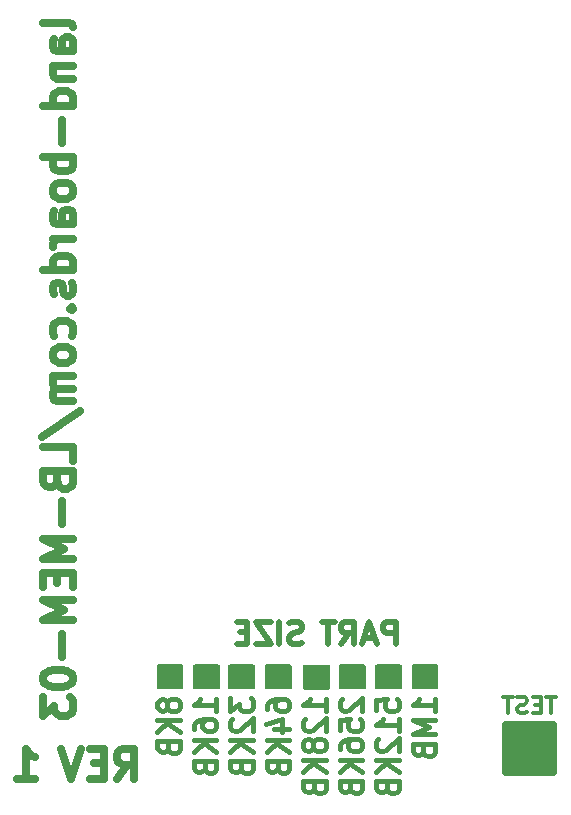
<source format=gbo>
G04 #@! TF.GenerationSoftware,KiCad,Pcbnew,(7.0.0)*
G04 #@! TF.CreationDate,2024-08-20T14:45:54-04:00*
G04 #@! TF.ProjectId,LB-MEM-03,4c422d4d-454d-42d3-9033-2e6b69636164,1*
G04 #@! TF.SameCoordinates,Original*
G04 #@! TF.FileFunction,Legend,Bot*
G04 #@! TF.FilePolarity,Positive*
%FSLAX46Y46*%
G04 Gerber Fmt 4.6, Leading zero omitted, Abs format (unit mm)*
G04 Created by KiCad (PCBNEW (7.0.0)) date 2024-08-20 14:45:54*
%MOMM*%
%LPD*%
G01*
G04 APERTURE LIST*
%ADD10C,0.635000*%
%ADD11C,0.444500*%
%ADD12C,0.476250*%
%ADD13C,0.349250*%
%ADD14C,0.650000*%
G04 APERTURE END LIST*
D10*
X138347147Y-55928382D02*
X138226195Y-55686477D01*
X138226195Y-55686477D02*
X137984290Y-55565524D01*
X137984290Y-55565524D02*
X135807147Y-55565524D01*
X138347147Y-57984572D02*
X137016671Y-57984572D01*
X137016671Y-57984572D02*
X136774766Y-57863619D01*
X136774766Y-57863619D02*
X136653814Y-57621715D01*
X136653814Y-57621715D02*
X136653814Y-57137905D01*
X136653814Y-57137905D02*
X136774766Y-56896000D01*
X138226195Y-57984572D02*
X138347147Y-57742667D01*
X138347147Y-57742667D02*
X138347147Y-57137905D01*
X138347147Y-57137905D02*
X138226195Y-56896000D01*
X138226195Y-56896000D02*
X137984290Y-56775048D01*
X137984290Y-56775048D02*
X137742385Y-56775048D01*
X137742385Y-56775048D02*
X137500480Y-56896000D01*
X137500480Y-56896000D02*
X137379528Y-57137905D01*
X137379528Y-57137905D02*
X137379528Y-57742667D01*
X137379528Y-57742667D02*
X137258576Y-57984572D01*
X136653814Y-59194095D02*
X138347147Y-59194095D01*
X136895719Y-59194095D02*
X136774766Y-59315048D01*
X136774766Y-59315048D02*
X136653814Y-59556953D01*
X136653814Y-59556953D02*
X136653814Y-59919810D01*
X136653814Y-59919810D02*
X136774766Y-60161714D01*
X136774766Y-60161714D02*
X137016671Y-60282667D01*
X137016671Y-60282667D02*
X138347147Y-60282667D01*
X138347147Y-62580762D02*
X135807147Y-62580762D01*
X138226195Y-62580762D02*
X138347147Y-62338857D01*
X138347147Y-62338857D02*
X138347147Y-61855048D01*
X138347147Y-61855048D02*
X138226195Y-61613143D01*
X138226195Y-61613143D02*
X138105242Y-61492190D01*
X138105242Y-61492190D02*
X137863338Y-61371238D01*
X137863338Y-61371238D02*
X137137623Y-61371238D01*
X137137623Y-61371238D02*
X136895719Y-61492190D01*
X136895719Y-61492190D02*
X136774766Y-61613143D01*
X136774766Y-61613143D02*
X136653814Y-61855048D01*
X136653814Y-61855048D02*
X136653814Y-62338857D01*
X136653814Y-62338857D02*
X136774766Y-62580762D01*
X137379528Y-63790285D02*
X137379528Y-65725524D01*
X138347147Y-66935047D02*
X135807147Y-66935047D01*
X136774766Y-66935047D02*
X136653814Y-67176952D01*
X136653814Y-67176952D02*
X136653814Y-67660762D01*
X136653814Y-67660762D02*
X136774766Y-67902666D01*
X136774766Y-67902666D02*
X136895719Y-68023619D01*
X136895719Y-68023619D02*
X137137623Y-68144571D01*
X137137623Y-68144571D02*
X137863338Y-68144571D01*
X137863338Y-68144571D02*
X138105242Y-68023619D01*
X138105242Y-68023619D02*
X138226195Y-67902666D01*
X138226195Y-67902666D02*
X138347147Y-67660762D01*
X138347147Y-67660762D02*
X138347147Y-67176952D01*
X138347147Y-67176952D02*
X138226195Y-66935047D01*
X138347147Y-69596000D02*
X138226195Y-69354095D01*
X138226195Y-69354095D02*
X138105242Y-69233142D01*
X138105242Y-69233142D02*
X137863338Y-69112190D01*
X137863338Y-69112190D02*
X137137623Y-69112190D01*
X137137623Y-69112190D02*
X136895719Y-69233142D01*
X136895719Y-69233142D02*
X136774766Y-69354095D01*
X136774766Y-69354095D02*
X136653814Y-69596000D01*
X136653814Y-69596000D02*
X136653814Y-69958857D01*
X136653814Y-69958857D02*
X136774766Y-70200761D01*
X136774766Y-70200761D02*
X136895719Y-70321714D01*
X136895719Y-70321714D02*
X137137623Y-70442666D01*
X137137623Y-70442666D02*
X137863338Y-70442666D01*
X137863338Y-70442666D02*
X138105242Y-70321714D01*
X138105242Y-70321714D02*
X138226195Y-70200761D01*
X138226195Y-70200761D02*
X138347147Y-69958857D01*
X138347147Y-69958857D02*
X138347147Y-69596000D01*
X138347147Y-72619809D02*
X137016671Y-72619809D01*
X137016671Y-72619809D02*
X136774766Y-72498856D01*
X136774766Y-72498856D02*
X136653814Y-72256952D01*
X136653814Y-72256952D02*
X136653814Y-71773142D01*
X136653814Y-71773142D02*
X136774766Y-71531237D01*
X138226195Y-72619809D02*
X138347147Y-72377904D01*
X138347147Y-72377904D02*
X138347147Y-71773142D01*
X138347147Y-71773142D02*
X138226195Y-71531237D01*
X138226195Y-71531237D02*
X137984290Y-71410285D01*
X137984290Y-71410285D02*
X137742385Y-71410285D01*
X137742385Y-71410285D02*
X137500480Y-71531237D01*
X137500480Y-71531237D02*
X137379528Y-71773142D01*
X137379528Y-71773142D02*
X137379528Y-72377904D01*
X137379528Y-72377904D02*
X137258576Y-72619809D01*
X138347147Y-73829332D02*
X136653814Y-73829332D01*
X137137623Y-73829332D02*
X136895719Y-73950285D01*
X136895719Y-73950285D02*
X136774766Y-74071237D01*
X136774766Y-74071237D02*
X136653814Y-74313142D01*
X136653814Y-74313142D02*
X136653814Y-74555047D01*
X138347147Y-76490285D02*
X135807147Y-76490285D01*
X138226195Y-76490285D02*
X138347147Y-76248380D01*
X138347147Y-76248380D02*
X138347147Y-75764571D01*
X138347147Y-75764571D02*
X138226195Y-75522666D01*
X138226195Y-75522666D02*
X138105242Y-75401713D01*
X138105242Y-75401713D02*
X137863338Y-75280761D01*
X137863338Y-75280761D02*
X137137623Y-75280761D01*
X137137623Y-75280761D02*
X136895719Y-75401713D01*
X136895719Y-75401713D02*
X136774766Y-75522666D01*
X136774766Y-75522666D02*
X136653814Y-75764571D01*
X136653814Y-75764571D02*
X136653814Y-76248380D01*
X136653814Y-76248380D02*
X136774766Y-76490285D01*
X138226195Y-77578856D02*
X138347147Y-77820761D01*
X138347147Y-77820761D02*
X138347147Y-78304570D01*
X138347147Y-78304570D02*
X138226195Y-78546475D01*
X138226195Y-78546475D02*
X137984290Y-78667427D01*
X137984290Y-78667427D02*
X137863338Y-78667427D01*
X137863338Y-78667427D02*
X137621433Y-78546475D01*
X137621433Y-78546475D02*
X137500480Y-78304570D01*
X137500480Y-78304570D02*
X137500480Y-77941713D01*
X137500480Y-77941713D02*
X137379528Y-77699808D01*
X137379528Y-77699808D02*
X137137623Y-77578856D01*
X137137623Y-77578856D02*
X137016671Y-77578856D01*
X137016671Y-77578856D02*
X136774766Y-77699808D01*
X136774766Y-77699808D02*
X136653814Y-77941713D01*
X136653814Y-77941713D02*
X136653814Y-78304570D01*
X136653814Y-78304570D02*
X136774766Y-78546475D01*
X138105242Y-79755998D02*
X138226195Y-79876951D01*
X138226195Y-79876951D02*
X138347147Y-79755998D01*
X138347147Y-79755998D02*
X138226195Y-79635046D01*
X138226195Y-79635046D02*
X138105242Y-79755998D01*
X138105242Y-79755998D02*
X138347147Y-79755998D01*
X138226195Y-82054094D02*
X138347147Y-81812189D01*
X138347147Y-81812189D02*
X138347147Y-81328380D01*
X138347147Y-81328380D02*
X138226195Y-81086475D01*
X138226195Y-81086475D02*
X138105242Y-80965522D01*
X138105242Y-80965522D02*
X137863338Y-80844570D01*
X137863338Y-80844570D02*
X137137623Y-80844570D01*
X137137623Y-80844570D02*
X136895719Y-80965522D01*
X136895719Y-80965522D02*
X136774766Y-81086475D01*
X136774766Y-81086475D02*
X136653814Y-81328380D01*
X136653814Y-81328380D02*
X136653814Y-81812189D01*
X136653814Y-81812189D02*
X136774766Y-82054094D01*
X138347147Y-83505523D02*
X138226195Y-83263618D01*
X138226195Y-83263618D02*
X138105242Y-83142665D01*
X138105242Y-83142665D02*
X137863338Y-83021713D01*
X137863338Y-83021713D02*
X137137623Y-83021713D01*
X137137623Y-83021713D02*
X136895719Y-83142665D01*
X136895719Y-83142665D02*
X136774766Y-83263618D01*
X136774766Y-83263618D02*
X136653814Y-83505523D01*
X136653814Y-83505523D02*
X136653814Y-83868380D01*
X136653814Y-83868380D02*
X136774766Y-84110284D01*
X136774766Y-84110284D02*
X136895719Y-84231237D01*
X136895719Y-84231237D02*
X137137623Y-84352189D01*
X137137623Y-84352189D02*
X137863338Y-84352189D01*
X137863338Y-84352189D02*
X138105242Y-84231237D01*
X138105242Y-84231237D02*
X138226195Y-84110284D01*
X138226195Y-84110284D02*
X138347147Y-83868380D01*
X138347147Y-83868380D02*
X138347147Y-83505523D01*
X138347147Y-85440760D02*
X136653814Y-85440760D01*
X136895719Y-85440760D02*
X136774766Y-85561713D01*
X136774766Y-85561713D02*
X136653814Y-85803618D01*
X136653814Y-85803618D02*
X136653814Y-86166475D01*
X136653814Y-86166475D02*
X136774766Y-86408379D01*
X136774766Y-86408379D02*
X137016671Y-86529332D01*
X137016671Y-86529332D02*
X138347147Y-86529332D01*
X137016671Y-86529332D02*
X136774766Y-86650284D01*
X136774766Y-86650284D02*
X136653814Y-86892189D01*
X136653814Y-86892189D02*
X136653814Y-87255046D01*
X136653814Y-87255046D02*
X136774766Y-87496951D01*
X136774766Y-87496951D02*
X137016671Y-87617903D01*
X137016671Y-87617903D02*
X138347147Y-87617903D01*
X135686195Y-90641713D02*
X138951909Y-88464570D01*
X138347147Y-92697903D02*
X138347147Y-91488379D01*
X138347147Y-91488379D02*
X135807147Y-91488379D01*
X137016671Y-94391236D02*
X137137623Y-94754093D01*
X137137623Y-94754093D02*
X137258576Y-94875046D01*
X137258576Y-94875046D02*
X137500480Y-94995998D01*
X137500480Y-94995998D02*
X137863338Y-94995998D01*
X137863338Y-94995998D02*
X138105242Y-94875046D01*
X138105242Y-94875046D02*
X138226195Y-94754093D01*
X138226195Y-94754093D02*
X138347147Y-94512188D01*
X138347147Y-94512188D02*
X138347147Y-93544569D01*
X138347147Y-93544569D02*
X135807147Y-93544569D01*
X135807147Y-93544569D02*
X135807147Y-94391236D01*
X135807147Y-94391236D02*
X135928100Y-94633141D01*
X135928100Y-94633141D02*
X136049052Y-94754093D01*
X136049052Y-94754093D02*
X136290957Y-94875046D01*
X136290957Y-94875046D02*
X136532861Y-94875046D01*
X136532861Y-94875046D02*
X136774766Y-94754093D01*
X136774766Y-94754093D02*
X136895719Y-94633141D01*
X136895719Y-94633141D02*
X137016671Y-94391236D01*
X137016671Y-94391236D02*
X137016671Y-93544569D01*
X137379528Y-96084569D02*
X137379528Y-98019808D01*
X138347147Y-99229331D02*
X135807147Y-99229331D01*
X135807147Y-99229331D02*
X137621433Y-100075998D01*
X137621433Y-100075998D02*
X135807147Y-100922665D01*
X135807147Y-100922665D02*
X138347147Y-100922665D01*
X137016671Y-102132188D02*
X137016671Y-102978855D01*
X138347147Y-103341712D02*
X138347147Y-102132188D01*
X138347147Y-102132188D02*
X135807147Y-102132188D01*
X135807147Y-102132188D02*
X135807147Y-103341712D01*
X138347147Y-104430283D02*
X135807147Y-104430283D01*
X135807147Y-104430283D02*
X137621433Y-105276950D01*
X137621433Y-105276950D02*
X135807147Y-106123617D01*
X135807147Y-106123617D02*
X138347147Y-106123617D01*
X137379528Y-107333140D02*
X137379528Y-109268379D01*
X135807147Y-110961712D02*
X135807147Y-111203617D01*
X135807147Y-111203617D02*
X135928100Y-111445521D01*
X135928100Y-111445521D02*
X136049052Y-111566474D01*
X136049052Y-111566474D02*
X136290957Y-111687426D01*
X136290957Y-111687426D02*
X136774766Y-111808379D01*
X136774766Y-111808379D02*
X137379528Y-111808379D01*
X137379528Y-111808379D02*
X137863338Y-111687426D01*
X137863338Y-111687426D02*
X138105242Y-111566474D01*
X138105242Y-111566474D02*
X138226195Y-111445521D01*
X138226195Y-111445521D02*
X138347147Y-111203617D01*
X138347147Y-111203617D02*
X138347147Y-110961712D01*
X138347147Y-110961712D02*
X138226195Y-110719807D01*
X138226195Y-110719807D02*
X138105242Y-110598855D01*
X138105242Y-110598855D02*
X137863338Y-110477902D01*
X137863338Y-110477902D02*
X137379528Y-110356950D01*
X137379528Y-110356950D02*
X136774766Y-110356950D01*
X136774766Y-110356950D02*
X136290957Y-110477902D01*
X136290957Y-110477902D02*
X136049052Y-110598855D01*
X136049052Y-110598855D02*
X135928100Y-110719807D01*
X135928100Y-110719807D02*
X135807147Y-110961712D01*
X135807147Y-112655046D02*
X135807147Y-114227427D01*
X135807147Y-114227427D02*
X136774766Y-113380760D01*
X136774766Y-113380760D02*
X136774766Y-113743617D01*
X136774766Y-113743617D02*
X136895719Y-113985522D01*
X136895719Y-113985522D02*
X137016671Y-114106474D01*
X137016671Y-114106474D02*
X137258576Y-114227427D01*
X137258576Y-114227427D02*
X137863338Y-114227427D01*
X137863338Y-114227427D02*
X138105242Y-114106474D01*
X138105242Y-114106474D02*
X138226195Y-113985522D01*
X138226195Y-113985522D02*
X138347147Y-113743617D01*
X138347147Y-113743617D02*
X138347147Y-113017903D01*
X138347147Y-113017903D02*
X138226195Y-112775998D01*
X138226195Y-112775998D02*
X138105242Y-112655046D01*
X142056152Y-119576547D02*
X142902819Y-118367023D01*
X143507581Y-119576547D02*
X143507581Y-117036547D01*
X143507581Y-117036547D02*
X142539962Y-117036547D01*
X142539962Y-117036547D02*
X142298057Y-117157500D01*
X142298057Y-117157500D02*
X142177104Y-117278452D01*
X142177104Y-117278452D02*
X142056152Y-117520357D01*
X142056152Y-117520357D02*
X142056152Y-117883214D01*
X142056152Y-117883214D02*
X142177104Y-118125119D01*
X142177104Y-118125119D02*
X142298057Y-118246071D01*
X142298057Y-118246071D02*
X142539962Y-118367023D01*
X142539962Y-118367023D02*
X143507581Y-118367023D01*
X140967581Y-118246071D02*
X140120914Y-118246071D01*
X139758057Y-119576547D02*
X140967581Y-119576547D01*
X140967581Y-119576547D02*
X140967581Y-117036547D01*
X140967581Y-117036547D02*
X139758057Y-117036547D01*
X139032343Y-117036547D02*
X138185676Y-119576547D01*
X138185676Y-119576547D02*
X137339009Y-117036547D01*
X133637866Y-119576547D02*
X135089295Y-119576547D01*
X134363581Y-119576547D02*
X134363581Y-117036547D01*
X134363581Y-117036547D02*
X134605485Y-117399404D01*
X134605485Y-117399404D02*
X134847390Y-117641309D01*
X134847390Y-117641309D02*
X135089295Y-117762261D01*
D11*
X146315339Y-113148533D02*
X146224625Y-112979200D01*
X146224625Y-112979200D02*
X146133910Y-112894533D01*
X146133910Y-112894533D02*
X145952482Y-112809866D01*
X145952482Y-112809866D02*
X145861767Y-112809866D01*
X145861767Y-112809866D02*
X145680339Y-112894533D01*
X145680339Y-112894533D02*
X145589625Y-112979200D01*
X145589625Y-112979200D02*
X145498910Y-113148533D01*
X145498910Y-113148533D02*
X145498910Y-113487200D01*
X145498910Y-113487200D02*
X145589625Y-113656533D01*
X145589625Y-113656533D02*
X145680339Y-113741200D01*
X145680339Y-113741200D02*
X145861767Y-113825866D01*
X145861767Y-113825866D02*
X145952482Y-113825866D01*
X145952482Y-113825866D02*
X146133910Y-113741200D01*
X146133910Y-113741200D02*
X146224625Y-113656533D01*
X146224625Y-113656533D02*
X146315339Y-113487200D01*
X146315339Y-113487200D02*
X146315339Y-113148533D01*
X146315339Y-113148533D02*
X146406053Y-112979200D01*
X146406053Y-112979200D02*
X146496767Y-112894533D01*
X146496767Y-112894533D02*
X146678196Y-112809866D01*
X146678196Y-112809866D02*
X147041053Y-112809866D01*
X147041053Y-112809866D02*
X147222482Y-112894533D01*
X147222482Y-112894533D02*
X147313196Y-112979200D01*
X147313196Y-112979200D02*
X147403910Y-113148533D01*
X147403910Y-113148533D02*
X147403910Y-113487200D01*
X147403910Y-113487200D02*
X147313196Y-113656533D01*
X147313196Y-113656533D02*
X147222482Y-113741200D01*
X147222482Y-113741200D02*
X147041053Y-113825866D01*
X147041053Y-113825866D02*
X146678196Y-113825866D01*
X146678196Y-113825866D02*
X146496767Y-113741200D01*
X146496767Y-113741200D02*
X146406053Y-113656533D01*
X146406053Y-113656533D02*
X146315339Y-113487200D01*
X147403910Y-114587866D02*
X145498910Y-114587866D01*
X147403910Y-115603866D02*
X146315339Y-114841866D01*
X145498910Y-115603866D02*
X146587482Y-114587866D01*
X146406053Y-116958533D02*
X146496767Y-117212533D01*
X146496767Y-117212533D02*
X146587482Y-117297199D01*
X146587482Y-117297199D02*
X146768910Y-117381866D01*
X146768910Y-117381866D02*
X147041053Y-117381866D01*
X147041053Y-117381866D02*
X147222482Y-117297199D01*
X147222482Y-117297199D02*
X147313196Y-117212533D01*
X147313196Y-117212533D02*
X147403910Y-117043199D01*
X147403910Y-117043199D02*
X147403910Y-116365866D01*
X147403910Y-116365866D02*
X145498910Y-116365866D01*
X145498910Y-116365866D02*
X145498910Y-116958533D01*
X145498910Y-116958533D02*
X145589625Y-117127866D01*
X145589625Y-117127866D02*
X145680339Y-117212533D01*
X145680339Y-117212533D02*
X145861767Y-117297199D01*
X145861767Y-117297199D02*
X146043196Y-117297199D01*
X146043196Y-117297199D02*
X146224625Y-117212533D01*
X146224625Y-117212533D02*
X146315339Y-117127866D01*
X146315339Y-117127866D02*
X146406053Y-116958533D01*
X146406053Y-116958533D02*
X146406053Y-116365866D01*
X150490010Y-113825866D02*
X150490010Y-112809866D01*
X150490010Y-113317866D02*
X148585010Y-113317866D01*
X148585010Y-113317866D02*
X148857153Y-113148533D01*
X148857153Y-113148533D02*
X149038582Y-112979200D01*
X149038582Y-112979200D02*
X149129296Y-112809866D01*
X148585010Y-115349866D02*
X148585010Y-115011199D01*
X148585010Y-115011199D02*
X148675725Y-114841866D01*
X148675725Y-114841866D02*
X148766439Y-114757199D01*
X148766439Y-114757199D02*
X149038582Y-114587866D01*
X149038582Y-114587866D02*
X149401439Y-114503199D01*
X149401439Y-114503199D02*
X150127153Y-114503199D01*
X150127153Y-114503199D02*
X150308582Y-114587866D01*
X150308582Y-114587866D02*
X150399296Y-114672533D01*
X150399296Y-114672533D02*
X150490010Y-114841866D01*
X150490010Y-114841866D02*
X150490010Y-115180533D01*
X150490010Y-115180533D02*
X150399296Y-115349866D01*
X150399296Y-115349866D02*
X150308582Y-115434533D01*
X150308582Y-115434533D02*
X150127153Y-115519199D01*
X150127153Y-115519199D02*
X149673582Y-115519199D01*
X149673582Y-115519199D02*
X149492153Y-115434533D01*
X149492153Y-115434533D02*
X149401439Y-115349866D01*
X149401439Y-115349866D02*
X149310725Y-115180533D01*
X149310725Y-115180533D02*
X149310725Y-114841866D01*
X149310725Y-114841866D02*
X149401439Y-114672533D01*
X149401439Y-114672533D02*
X149492153Y-114587866D01*
X149492153Y-114587866D02*
X149673582Y-114503199D01*
X150490010Y-116281199D02*
X148585010Y-116281199D01*
X150490010Y-117297199D02*
X149401439Y-116535199D01*
X148585010Y-117297199D02*
X149673582Y-116281199D01*
X149492153Y-118651866D02*
X149582867Y-118905866D01*
X149582867Y-118905866D02*
X149673582Y-118990532D01*
X149673582Y-118990532D02*
X149855010Y-119075199D01*
X149855010Y-119075199D02*
X150127153Y-119075199D01*
X150127153Y-119075199D02*
X150308582Y-118990532D01*
X150308582Y-118990532D02*
X150399296Y-118905866D01*
X150399296Y-118905866D02*
X150490010Y-118736532D01*
X150490010Y-118736532D02*
X150490010Y-118059199D01*
X150490010Y-118059199D02*
X148585010Y-118059199D01*
X148585010Y-118059199D02*
X148585010Y-118651866D01*
X148585010Y-118651866D02*
X148675725Y-118821199D01*
X148675725Y-118821199D02*
X148766439Y-118905866D01*
X148766439Y-118905866D02*
X148947867Y-118990532D01*
X148947867Y-118990532D02*
X149129296Y-118990532D01*
X149129296Y-118990532D02*
X149310725Y-118905866D01*
X149310725Y-118905866D02*
X149401439Y-118821199D01*
X149401439Y-118821199D02*
X149492153Y-118651866D01*
X149492153Y-118651866D02*
X149492153Y-118059199D01*
X151671110Y-112725200D02*
X151671110Y-113825866D01*
X151671110Y-113825866D02*
X152396825Y-113233200D01*
X152396825Y-113233200D02*
X152396825Y-113487200D01*
X152396825Y-113487200D02*
X152487539Y-113656533D01*
X152487539Y-113656533D02*
X152578253Y-113741200D01*
X152578253Y-113741200D02*
X152759682Y-113825866D01*
X152759682Y-113825866D02*
X153213253Y-113825866D01*
X153213253Y-113825866D02*
X153394682Y-113741200D01*
X153394682Y-113741200D02*
X153485396Y-113656533D01*
X153485396Y-113656533D02*
X153576110Y-113487200D01*
X153576110Y-113487200D02*
X153576110Y-112979200D01*
X153576110Y-112979200D02*
X153485396Y-112809866D01*
X153485396Y-112809866D02*
X153394682Y-112725200D01*
X151852539Y-114503199D02*
X151761825Y-114587866D01*
X151761825Y-114587866D02*
X151671110Y-114757199D01*
X151671110Y-114757199D02*
X151671110Y-115180533D01*
X151671110Y-115180533D02*
X151761825Y-115349866D01*
X151761825Y-115349866D02*
X151852539Y-115434533D01*
X151852539Y-115434533D02*
X152033967Y-115519199D01*
X152033967Y-115519199D02*
X152215396Y-115519199D01*
X152215396Y-115519199D02*
X152487539Y-115434533D01*
X152487539Y-115434533D02*
X153576110Y-114418533D01*
X153576110Y-114418533D02*
X153576110Y-115519199D01*
X153576110Y-116281199D02*
X151671110Y-116281199D01*
X153576110Y-117297199D02*
X152487539Y-116535199D01*
X151671110Y-117297199D02*
X152759682Y-116281199D01*
X152578253Y-118651866D02*
X152668967Y-118905866D01*
X152668967Y-118905866D02*
X152759682Y-118990532D01*
X152759682Y-118990532D02*
X152941110Y-119075199D01*
X152941110Y-119075199D02*
X153213253Y-119075199D01*
X153213253Y-119075199D02*
X153394682Y-118990532D01*
X153394682Y-118990532D02*
X153485396Y-118905866D01*
X153485396Y-118905866D02*
X153576110Y-118736532D01*
X153576110Y-118736532D02*
X153576110Y-118059199D01*
X153576110Y-118059199D02*
X151671110Y-118059199D01*
X151671110Y-118059199D02*
X151671110Y-118651866D01*
X151671110Y-118651866D02*
X151761825Y-118821199D01*
X151761825Y-118821199D02*
X151852539Y-118905866D01*
X151852539Y-118905866D02*
X152033967Y-118990532D01*
X152033967Y-118990532D02*
X152215396Y-118990532D01*
X152215396Y-118990532D02*
X152396825Y-118905866D01*
X152396825Y-118905866D02*
X152487539Y-118821199D01*
X152487539Y-118821199D02*
X152578253Y-118651866D01*
X152578253Y-118651866D02*
X152578253Y-118059199D01*
X154757210Y-113656533D02*
X154757210Y-113317866D01*
X154757210Y-113317866D02*
X154847925Y-113148533D01*
X154847925Y-113148533D02*
X154938639Y-113063866D01*
X154938639Y-113063866D02*
X155210782Y-112894533D01*
X155210782Y-112894533D02*
X155573639Y-112809866D01*
X155573639Y-112809866D02*
X156299353Y-112809866D01*
X156299353Y-112809866D02*
X156480782Y-112894533D01*
X156480782Y-112894533D02*
X156571496Y-112979200D01*
X156571496Y-112979200D02*
X156662210Y-113148533D01*
X156662210Y-113148533D02*
X156662210Y-113487200D01*
X156662210Y-113487200D02*
X156571496Y-113656533D01*
X156571496Y-113656533D02*
X156480782Y-113741200D01*
X156480782Y-113741200D02*
X156299353Y-113825866D01*
X156299353Y-113825866D02*
X155845782Y-113825866D01*
X155845782Y-113825866D02*
X155664353Y-113741200D01*
X155664353Y-113741200D02*
X155573639Y-113656533D01*
X155573639Y-113656533D02*
X155482925Y-113487200D01*
X155482925Y-113487200D02*
X155482925Y-113148533D01*
X155482925Y-113148533D02*
X155573639Y-112979200D01*
X155573639Y-112979200D02*
X155664353Y-112894533D01*
X155664353Y-112894533D02*
X155845782Y-112809866D01*
X155392210Y-115349866D02*
X156662210Y-115349866D01*
X154666496Y-114926533D02*
X156027210Y-114503199D01*
X156027210Y-114503199D02*
X156027210Y-115603866D01*
X156662210Y-116281199D02*
X154757210Y-116281199D01*
X156662210Y-117297199D02*
X155573639Y-116535199D01*
X154757210Y-117297199D02*
X155845782Y-116281199D01*
X155664353Y-118651866D02*
X155755067Y-118905866D01*
X155755067Y-118905866D02*
X155845782Y-118990532D01*
X155845782Y-118990532D02*
X156027210Y-119075199D01*
X156027210Y-119075199D02*
X156299353Y-119075199D01*
X156299353Y-119075199D02*
X156480782Y-118990532D01*
X156480782Y-118990532D02*
X156571496Y-118905866D01*
X156571496Y-118905866D02*
X156662210Y-118736532D01*
X156662210Y-118736532D02*
X156662210Y-118059199D01*
X156662210Y-118059199D02*
X154757210Y-118059199D01*
X154757210Y-118059199D02*
X154757210Y-118651866D01*
X154757210Y-118651866D02*
X154847925Y-118821199D01*
X154847925Y-118821199D02*
X154938639Y-118905866D01*
X154938639Y-118905866D02*
X155120067Y-118990532D01*
X155120067Y-118990532D02*
X155301496Y-118990532D01*
X155301496Y-118990532D02*
X155482925Y-118905866D01*
X155482925Y-118905866D02*
X155573639Y-118821199D01*
X155573639Y-118821199D02*
X155664353Y-118651866D01*
X155664353Y-118651866D02*
X155664353Y-118059199D01*
X159748310Y-113825866D02*
X159748310Y-112809866D01*
X159748310Y-113317866D02*
X157843310Y-113317866D01*
X157843310Y-113317866D02*
X158115453Y-113148533D01*
X158115453Y-113148533D02*
X158296882Y-112979200D01*
X158296882Y-112979200D02*
X158387596Y-112809866D01*
X158024739Y-114503199D02*
X157934025Y-114587866D01*
X157934025Y-114587866D02*
X157843310Y-114757199D01*
X157843310Y-114757199D02*
X157843310Y-115180533D01*
X157843310Y-115180533D02*
X157934025Y-115349866D01*
X157934025Y-115349866D02*
X158024739Y-115434533D01*
X158024739Y-115434533D02*
X158206167Y-115519199D01*
X158206167Y-115519199D02*
X158387596Y-115519199D01*
X158387596Y-115519199D02*
X158659739Y-115434533D01*
X158659739Y-115434533D02*
X159748310Y-114418533D01*
X159748310Y-114418533D02*
X159748310Y-115519199D01*
X158659739Y-116535199D02*
X158569025Y-116365866D01*
X158569025Y-116365866D02*
X158478310Y-116281199D01*
X158478310Y-116281199D02*
X158296882Y-116196532D01*
X158296882Y-116196532D02*
X158206167Y-116196532D01*
X158206167Y-116196532D02*
X158024739Y-116281199D01*
X158024739Y-116281199D02*
X157934025Y-116365866D01*
X157934025Y-116365866D02*
X157843310Y-116535199D01*
X157843310Y-116535199D02*
X157843310Y-116873866D01*
X157843310Y-116873866D02*
X157934025Y-117043199D01*
X157934025Y-117043199D02*
X158024739Y-117127866D01*
X158024739Y-117127866D02*
X158206167Y-117212532D01*
X158206167Y-117212532D02*
X158296882Y-117212532D01*
X158296882Y-117212532D02*
X158478310Y-117127866D01*
X158478310Y-117127866D02*
X158569025Y-117043199D01*
X158569025Y-117043199D02*
X158659739Y-116873866D01*
X158659739Y-116873866D02*
X158659739Y-116535199D01*
X158659739Y-116535199D02*
X158750453Y-116365866D01*
X158750453Y-116365866D02*
X158841167Y-116281199D01*
X158841167Y-116281199D02*
X159022596Y-116196532D01*
X159022596Y-116196532D02*
X159385453Y-116196532D01*
X159385453Y-116196532D02*
X159566882Y-116281199D01*
X159566882Y-116281199D02*
X159657596Y-116365866D01*
X159657596Y-116365866D02*
X159748310Y-116535199D01*
X159748310Y-116535199D02*
X159748310Y-116873866D01*
X159748310Y-116873866D02*
X159657596Y-117043199D01*
X159657596Y-117043199D02*
X159566882Y-117127866D01*
X159566882Y-117127866D02*
X159385453Y-117212532D01*
X159385453Y-117212532D02*
X159022596Y-117212532D01*
X159022596Y-117212532D02*
X158841167Y-117127866D01*
X158841167Y-117127866D02*
X158750453Y-117043199D01*
X158750453Y-117043199D02*
X158659739Y-116873866D01*
X159748310Y-117974532D02*
X157843310Y-117974532D01*
X159748310Y-118990532D02*
X158659739Y-118228532D01*
X157843310Y-118990532D02*
X158931882Y-117974532D01*
X158750453Y-120345199D02*
X158841167Y-120599199D01*
X158841167Y-120599199D02*
X158931882Y-120683865D01*
X158931882Y-120683865D02*
X159113310Y-120768532D01*
X159113310Y-120768532D02*
X159385453Y-120768532D01*
X159385453Y-120768532D02*
X159566882Y-120683865D01*
X159566882Y-120683865D02*
X159657596Y-120599199D01*
X159657596Y-120599199D02*
X159748310Y-120429865D01*
X159748310Y-120429865D02*
X159748310Y-119752532D01*
X159748310Y-119752532D02*
X157843310Y-119752532D01*
X157843310Y-119752532D02*
X157843310Y-120345199D01*
X157843310Y-120345199D02*
X157934025Y-120514532D01*
X157934025Y-120514532D02*
X158024739Y-120599199D01*
X158024739Y-120599199D02*
X158206167Y-120683865D01*
X158206167Y-120683865D02*
X158387596Y-120683865D01*
X158387596Y-120683865D02*
X158569025Y-120599199D01*
X158569025Y-120599199D02*
X158659739Y-120514532D01*
X158659739Y-120514532D02*
X158750453Y-120345199D01*
X158750453Y-120345199D02*
X158750453Y-119752532D01*
X161110839Y-112809866D02*
X161020125Y-112894533D01*
X161020125Y-112894533D02*
X160929410Y-113063866D01*
X160929410Y-113063866D02*
X160929410Y-113487200D01*
X160929410Y-113487200D02*
X161020125Y-113656533D01*
X161020125Y-113656533D02*
X161110839Y-113741200D01*
X161110839Y-113741200D02*
X161292267Y-113825866D01*
X161292267Y-113825866D02*
X161473696Y-113825866D01*
X161473696Y-113825866D02*
X161745839Y-113741200D01*
X161745839Y-113741200D02*
X162834410Y-112725200D01*
X162834410Y-112725200D02*
X162834410Y-113825866D01*
X160929410Y-115434533D02*
X160929410Y-114587866D01*
X160929410Y-114587866D02*
X161836553Y-114503199D01*
X161836553Y-114503199D02*
X161745839Y-114587866D01*
X161745839Y-114587866D02*
X161655125Y-114757199D01*
X161655125Y-114757199D02*
X161655125Y-115180533D01*
X161655125Y-115180533D02*
X161745839Y-115349866D01*
X161745839Y-115349866D02*
X161836553Y-115434533D01*
X161836553Y-115434533D02*
X162017982Y-115519199D01*
X162017982Y-115519199D02*
X162471553Y-115519199D01*
X162471553Y-115519199D02*
X162652982Y-115434533D01*
X162652982Y-115434533D02*
X162743696Y-115349866D01*
X162743696Y-115349866D02*
X162834410Y-115180533D01*
X162834410Y-115180533D02*
X162834410Y-114757199D01*
X162834410Y-114757199D02*
X162743696Y-114587866D01*
X162743696Y-114587866D02*
X162652982Y-114503199D01*
X160929410Y-117043199D02*
X160929410Y-116704532D01*
X160929410Y-116704532D02*
X161020125Y-116535199D01*
X161020125Y-116535199D02*
X161110839Y-116450532D01*
X161110839Y-116450532D02*
X161382982Y-116281199D01*
X161382982Y-116281199D02*
X161745839Y-116196532D01*
X161745839Y-116196532D02*
X162471553Y-116196532D01*
X162471553Y-116196532D02*
X162652982Y-116281199D01*
X162652982Y-116281199D02*
X162743696Y-116365866D01*
X162743696Y-116365866D02*
X162834410Y-116535199D01*
X162834410Y-116535199D02*
X162834410Y-116873866D01*
X162834410Y-116873866D02*
X162743696Y-117043199D01*
X162743696Y-117043199D02*
X162652982Y-117127866D01*
X162652982Y-117127866D02*
X162471553Y-117212532D01*
X162471553Y-117212532D02*
X162017982Y-117212532D01*
X162017982Y-117212532D02*
X161836553Y-117127866D01*
X161836553Y-117127866D02*
X161745839Y-117043199D01*
X161745839Y-117043199D02*
X161655125Y-116873866D01*
X161655125Y-116873866D02*
X161655125Y-116535199D01*
X161655125Y-116535199D02*
X161745839Y-116365866D01*
X161745839Y-116365866D02*
X161836553Y-116281199D01*
X161836553Y-116281199D02*
X162017982Y-116196532D01*
X162834410Y-117974532D02*
X160929410Y-117974532D01*
X162834410Y-118990532D02*
X161745839Y-118228532D01*
X160929410Y-118990532D02*
X162017982Y-117974532D01*
X161836553Y-120345199D02*
X161927267Y-120599199D01*
X161927267Y-120599199D02*
X162017982Y-120683865D01*
X162017982Y-120683865D02*
X162199410Y-120768532D01*
X162199410Y-120768532D02*
X162471553Y-120768532D01*
X162471553Y-120768532D02*
X162652982Y-120683865D01*
X162652982Y-120683865D02*
X162743696Y-120599199D01*
X162743696Y-120599199D02*
X162834410Y-120429865D01*
X162834410Y-120429865D02*
X162834410Y-119752532D01*
X162834410Y-119752532D02*
X160929410Y-119752532D01*
X160929410Y-119752532D02*
X160929410Y-120345199D01*
X160929410Y-120345199D02*
X161020125Y-120514532D01*
X161020125Y-120514532D02*
X161110839Y-120599199D01*
X161110839Y-120599199D02*
X161292267Y-120683865D01*
X161292267Y-120683865D02*
X161473696Y-120683865D01*
X161473696Y-120683865D02*
X161655125Y-120599199D01*
X161655125Y-120599199D02*
X161745839Y-120514532D01*
X161745839Y-120514532D02*
X161836553Y-120345199D01*
X161836553Y-120345199D02*
X161836553Y-119752532D01*
X164015510Y-113741200D02*
X164015510Y-112894533D01*
X164015510Y-112894533D02*
X164922653Y-112809866D01*
X164922653Y-112809866D02*
X164831939Y-112894533D01*
X164831939Y-112894533D02*
X164741225Y-113063866D01*
X164741225Y-113063866D02*
X164741225Y-113487200D01*
X164741225Y-113487200D02*
X164831939Y-113656533D01*
X164831939Y-113656533D02*
X164922653Y-113741200D01*
X164922653Y-113741200D02*
X165104082Y-113825866D01*
X165104082Y-113825866D02*
X165557653Y-113825866D01*
X165557653Y-113825866D02*
X165739082Y-113741200D01*
X165739082Y-113741200D02*
X165829796Y-113656533D01*
X165829796Y-113656533D02*
X165920510Y-113487200D01*
X165920510Y-113487200D02*
X165920510Y-113063866D01*
X165920510Y-113063866D02*
X165829796Y-112894533D01*
X165829796Y-112894533D02*
X165739082Y-112809866D01*
X165920510Y-115519199D02*
X165920510Y-114503199D01*
X165920510Y-115011199D02*
X164015510Y-115011199D01*
X164015510Y-115011199D02*
X164287653Y-114841866D01*
X164287653Y-114841866D02*
X164469082Y-114672533D01*
X164469082Y-114672533D02*
X164559796Y-114503199D01*
X164196939Y-116196532D02*
X164106225Y-116281199D01*
X164106225Y-116281199D02*
X164015510Y-116450532D01*
X164015510Y-116450532D02*
X164015510Y-116873866D01*
X164015510Y-116873866D02*
X164106225Y-117043199D01*
X164106225Y-117043199D02*
X164196939Y-117127866D01*
X164196939Y-117127866D02*
X164378367Y-117212532D01*
X164378367Y-117212532D02*
X164559796Y-117212532D01*
X164559796Y-117212532D02*
X164831939Y-117127866D01*
X164831939Y-117127866D02*
X165920510Y-116111866D01*
X165920510Y-116111866D02*
X165920510Y-117212532D01*
X165920510Y-117974532D02*
X164015510Y-117974532D01*
X165920510Y-118990532D02*
X164831939Y-118228532D01*
X164015510Y-118990532D02*
X165104082Y-117974532D01*
X164922653Y-120345199D02*
X165013367Y-120599199D01*
X165013367Y-120599199D02*
X165104082Y-120683865D01*
X165104082Y-120683865D02*
X165285510Y-120768532D01*
X165285510Y-120768532D02*
X165557653Y-120768532D01*
X165557653Y-120768532D02*
X165739082Y-120683865D01*
X165739082Y-120683865D02*
X165829796Y-120599199D01*
X165829796Y-120599199D02*
X165920510Y-120429865D01*
X165920510Y-120429865D02*
X165920510Y-119752532D01*
X165920510Y-119752532D02*
X164015510Y-119752532D01*
X164015510Y-119752532D02*
X164015510Y-120345199D01*
X164015510Y-120345199D02*
X164106225Y-120514532D01*
X164106225Y-120514532D02*
X164196939Y-120599199D01*
X164196939Y-120599199D02*
X164378367Y-120683865D01*
X164378367Y-120683865D02*
X164559796Y-120683865D01*
X164559796Y-120683865D02*
X164741225Y-120599199D01*
X164741225Y-120599199D02*
X164831939Y-120514532D01*
X164831939Y-120514532D02*
X164922653Y-120345199D01*
X164922653Y-120345199D02*
X164922653Y-119752532D01*
X169006610Y-113825866D02*
X169006610Y-112809866D01*
X169006610Y-113317866D02*
X167101610Y-113317866D01*
X167101610Y-113317866D02*
X167373753Y-113148533D01*
X167373753Y-113148533D02*
X167555182Y-112979200D01*
X167555182Y-112979200D02*
X167645896Y-112809866D01*
X169006610Y-114587866D02*
X167101610Y-114587866D01*
X167101610Y-114587866D02*
X168462325Y-115180533D01*
X168462325Y-115180533D02*
X167101610Y-115773199D01*
X167101610Y-115773199D02*
X169006610Y-115773199D01*
X168008753Y-117212533D02*
X168099467Y-117466533D01*
X168099467Y-117466533D02*
X168190182Y-117551199D01*
X168190182Y-117551199D02*
X168371610Y-117635866D01*
X168371610Y-117635866D02*
X168643753Y-117635866D01*
X168643753Y-117635866D02*
X168825182Y-117551199D01*
X168825182Y-117551199D02*
X168915896Y-117466533D01*
X168915896Y-117466533D02*
X169006610Y-117297199D01*
X169006610Y-117297199D02*
X169006610Y-116619866D01*
X169006610Y-116619866D02*
X167101610Y-116619866D01*
X167101610Y-116619866D02*
X167101610Y-117212533D01*
X167101610Y-117212533D02*
X167192325Y-117381866D01*
X167192325Y-117381866D02*
X167283039Y-117466533D01*
X167283039Y-117466533D02*
X167464467Y-117551199D01*
X167464467Y-117551199D02*
X167645896Y-117551199D01*
X167645896Y-117551199D02*
X167827325Y-117466533D01*
X167827325Y-117466533D02*
X167918039Y-117381866D01*
X167918039Y-117381866D02*
X168008753Y-117212533D01*
X168008753Y-117212533D02*
X168008753Y-116619866D01*
D12*
X165683428Y-108174860D02*
X165683428Y-106269860D01*
X165683428Y-106269860D02*
X164957714Y-106269860D01*
X164957714Y-106269860D02*
X164776285Y-106360575D01*
X164776285Y-106360575D02*
X164685571Y-106451289D01*
X164685571Y-106451289D02*
X164594857Y-106632717D01*
X164594857Y-106632717D02*
X164594857Y-106904860D01*
X164594857Y-106904860D02*
X164685571Y-107086289D01*
X164685571Y-107086289D02*
X164776285Y-107177003D01*
X164776285Y-107177003D02*
X164957714Y-107267717D01*
X164957714Y-107267717D02*
X165683428Y-107267717D01*
X163869142Y-107630575D02*
X162962000Y-107630575D01*
X164050571Y-108174860D02*
X163415571Y-106269860D01*
X163415571Y-106269860D02*
X162780571Y-108174860D01*
X161057000Y-108174860D02*
X161692000Y-107267717D01*
X162145571Y-108174860D02*
X162145571Y-106269860D01*
X162145571Y-106269860D02*
X161419857Y-106269860D01*
X161419857Y-106269860D02*
X161238428Y-106360575D01*
X161238428Y-106360575D02*
X161147714Y-106451289D01*
X161147714Y-106451289D02*
X161057000Y-106632717D01*
X161057000Y-106632717D02*
X161057000Y-106904860D01*
X161057000Y-106904860D02*
X161147714Y-107086289D01*
X161147714Y-107086289D02*
X161238428Y-107177003D01*
X161238428Y-107177003D02*
X161419857Y-107267717D01*
X161419857Y-107267717D02*
X162145571Y-107267717D01*
X160512714Y-106269860D02*
X159424143Y-106269860D01*
X159968428Y-108174860D02*
X159968428Y-106269860D01*
X157736856Y-108084146D02*
X157464714Y-108174860D01*
X157464714Y-108174860D02*
X157011142Y-108174860D01*
X157011142Y-108174860D02*
X156829714Y-108084146D01*
X156829714Y-108084146D02*
X156738999Y-107993432D01*
X156738999Y-107993432D02*
X156648285Y-107812003D01*
X156648285Y-107812003D02*
X156648285Y-107630575D01*
X156648285Y-107630575D02*
X156738999Y-107449146D01*
X156738999Y-107449146D02*
X156829714Y-107358432D01*
X156829714Y-107358432D02*
X157011142Y-107267717D01*
X157011142Y-107267717D02*
X157373999Y-107177003D01*
X157373999Y-107177003D02*
X157555428Y-107086289D01*
X157555428Y-107086289D02*
X157646142Y-106995575D01*
X157646142Y-106995575D02*
X157736856Y-106814146D01*
X157736856Y-106814146D02*
X157736856Y-106632717D01*
X157736856Y-106632717D02*
X157646142Y-106451289D01*
X157646142Y-106451289D02*
X157555428Y-106360575D01*
X157555428Y-106360575D02*
X157373999Y-106269860D01*
X157373999Y-106269860D02*
X156920428Y-106269860D01*
X156920428Y-106269860D02*
X156648285Y-106360575D01*
X155831856Y-108174860D02*
X155831856Y-106269860D01*
X155106142Y-106269860D02*
X153836142Y-106269860D01*
X153836142Y-106269860D02*
X155106142Y-108174860D01*
X155106142Y-108174860D02*
X153836142Y-108174860D01*
X153110427Y-107177003D02*
X152475427Y-107177003D01*
X152203284Y-108174860D02*
X153110427Y-108174860D01*
X153110427Y-108174860D02*
X153110427Y-106269860D01*
X153110427Y-106269860D02*
X152203284Y-106269860D01*
D13*
X179228547Y-112616231D02*
X178430261Y-112616231D01*
X178829404Y-114013231D02*
X178829404Y-112616231D01*
X177964594Y-113281469D02*
X177498928Y-113281469D01*
X177299356Y-114013231D02*
X177964594Y-114013231D01*
X177964594Y-114013231D02*
X177964594Y-112616231D01*
X177964594Y-112616231D02*
X177299356Y-112616231D01*
X176767166Y-113946707D02*
X176567595Y-114013231D01*
X176567595Y-114013231D02*
X176234976Y-114013231D01*
X176234976Y-114013231D02*
X176101928Y-113946707D01*
X176101928Y-113946707D02*
X176035404Y-113880183D01*
X176035404Y-113880183D02*
X175968881Y-113747135D01*
X175968881Y-113747135D02*
X175968881Y-113614088D01*
X175968881Y-113614088D02*
X176035404Y-113481040D01*
X176035404Y-113481040D02*
X176101928Y-113414516D01*
X176101928Y-113414516D02*
X176234976Y-113347993D01*
X176234976Y-113347993D02*
X176501071Y-113281469D01*
X176501071Y-113281469D02*
X176634119Y-113214945D01*
X176634119Y-113214945D02*
X176700642Y-113148421D01*
X176700642Y-113148421D02*
X176767166Y-113015374D01*
X176767166Y-113015374D02*
X176767166Y-112882326D01*
X176767166Y-112882326D02*
X176700642Y-112749278D01*
X176700642Y-112749278D02*
X176634119Y-112682755D01*
X176634119Y-112682755D02*
X176501071Y-112616231D01*
X176501071Y-112616231D02*
X176168452Y-112616231D01*
X176168452Y-112616231D02*
X175968881Y-112682755D01*
X175569738Y-112616231D02*
X174771452Y-112616231D01*
X175170595Y-114013231D02*
X175170595Y-112616231D01*
D14*
X175000000Y-119000000D02*
X175000000Y-115000000D01*
X179000000Y-116500000D02*
X179000000Y-117000000D01*
X175000000Y-118500000D02*
X179000000Y-118500000D01*
X179000000Y-117000000D02*
X175000000Y-117000000D01*
X175000000Y-117000000D02*
X175000000Y-117500000D01*
X175000000Y-115000000D02*
X179000000Y-115000000D01*
X175000000Y-117500000D02*
X178500000Y-117500000D01*
X175000000Y-118000000D02*
X175000000Y-118500000D01*
X175000000Y-116500000D02*
X179000000Y-116500000D01*
X179000000Y-117500000D02*
X179000000Y-118000000D01*
X179000000Y-115000000D02*
X179000000Y-119000000D01*
X179000000Y-119000000D02*
X175000000Y-119000000D01*
X178500000Y-117500000D02*
X179000000Y-117500000D01*
X179000000Y-115500000D02*
X179000000Y-116000000D01*
X175000000Y-116000000D02*
X175000000Y-116500000D01*
X175000000Y-115000000D02*
X175000000Y-115500000D01*
X179000000Y-118000000D02*
X175000000Y-118000000D01*
X175000000Y-115500000D02*
X179000000Y-115500000D01*
X179000000Y-116000000D02*
X175000000Y-116000000D01*
G36*
X150711400Y-109908681D02*
G01*
X150757519Y-109954800D01*
X150774400Y-110017800D01*
X150774400Y-111874000D01*
X150757519Y-111937000D01*
X150711400Y-111983119D01*
X150648400Y-112000000D01*
X148639800Y-112000000D01*
X148576800Y-111983119D01*
X148530681Y-111937000D01*
X148513800Y-111874000D01*
X148513800Y-110017800D01*
X148530681Y-109954800D01*
X148576800Y-109908681D01*
X148639800Y-109891800D01*
X150648400Y-109891800D01*
X150711400Y-109908681D01*
G37*
G36*
X153683200Y-109897281D02*
G01*
X153729319Y-109943400D01*
X153746200Y-110006400D01*
X153746200Y-111862600D01*
X153729319Y-111925600D01*
X153683200Y-111971719D01*
X153620200Y-111988600D01*
X151611600Y-111988600D01*
X151548600Y-111971719D01*
X151502481Y-111925600D01*
X151485600Y-111862600D01*
X151485600Y-110006400D01*
X151502481Y-109943400D01*
X151548600Y-109897281D01*
X151611600Y-109880400D01*
X153620200Y-109880400D01*
X153683200Y-109897281D01*
G37*
G36*
X160033200Y-109922681D02*
G01*
X160079319Y-109968800D01*
X160096200Y-110031800D01*
X160096200Y-111888000D01*
X160079319Y-111951000D01*
X160033200Y-111997119D01*
X159970200Y-112014000D01*
X157961600Y-112014000D01*
X157898600Y-111997119D01*
X157852481Y-111951000D01*
X157835600Y-111888000D01*
X157835600Y-110031800D01*
X157852481Y-109968800D01*
X157898600Y-109922681D01*
X157961600Y-109905800D01*
X159970200Y-109905800D01*
X160033200Y-109922681D01*
G37*
G36*
X156796200Y-109908681D02*
G01*
X156842319Y-109954800D01*
X156859200Y-110017800D01*
X156859200Y-111874000D01*
X156842319Y-111937000D01*
X156796200Y-111983119D01*
X156733200Y-112000000D01*
X154724600Y-112000000D01*
X154661600Y-111983119D01*
X154615481Y-111937000D01*
X154598600Y-111874000D01*
X154598600Y-110017800D01*
X154615481Y-109954800D01*
X154661600Y-109908681D01*
X154724600Y-109891800D01*
X156733200Y-109891800D01*
X156796200Y-109908681D01*
G37*
G36*
X163055800Y-109908681D02*
G01*
X163101919Y-109954800D01*
X163118800Y-110017800D01*
X163118800Y-111874000D01*
X163101919Y-111937000D01*
X163055800Y-111983119D01*
X162992800Y-112000000D01*
X160984200Y-112000000D01*
X160921200Y-111983119D01*
X160875081Y-111937000D01*
X160858200Y-111874000D01*
X160858200Y-110017800D01*
X160875081Y-109954800D01*
X160921200Y-109908681D01*
X160984200Y-109891800D01*
X162992800Y-109891800D01*
X163055800Y-109908681D01*
G37*
G36*
X166129200Y-109897281D02*
G01*
X166175319Y-109943400D01*
X166192200Y-110006400D01*
X166192200Y-111862600D01*
X166175319Y-111925600D01*
X166129200Y-111971719D01*
X166066200Y-111988600D01*
X164057600Y-111988600D01*
X163994600Y-111971719D01*
X163948481Y-111925600D01*
X163931600Y-111862600D01*
X163931600Y-110006400D01*
X163948481Y-109943400D01*
X163994600Y-109897281D01*
X164057600Y-109880400D01*
X166066200Y-109880400D01*
X166129200Y-109897281D01*
G37*
G36*
X169228000Y-109897281D02*
G01*
X169274119Y-109943400D01*
X169291000Y-110006400D01*
X169291000Y-111862600D01*
X169274119Y-111925600D01*
X169228000Y-111971719D01*
X169165000Y-111988600D01*
X167156400Y-111988600D01*
X167093400Y-111971719D01*
X167047281Y-111925600D01*
X167030400Y-111862600D01*
X167030400Y-110006400D01*
X167047281Y-109943400D01*
X167093400Y-109897281D01*
X167156400Y-109880400D01*
X169165000Y-109880400D01*
X169228000Y-109897281D01*
G37*
G36*
X147638000Y-109897281D02*
G01*
X147684119Y-109943400D01*
X147701000Y-110006400D01*
X147701000Y-111862600D01*
X147684119Y-111925600D01*
X147638000Y-111971719D01*
X147575000Y-111988600D01*
X145566400Y-111988600D01*
X145503400Y-111971719D01*
X145457281Y-111925600D01*
X145440400Y-111862600D01*
X145440400Y-110006400D01*
X145457281Y-109943400D01*
X145503400Y-109897281D01*
X145566400Y-109880400D01*
X147575000Y-109880400D01*
X147638000Y-109897281D01*
G37*
M02*

</source>
